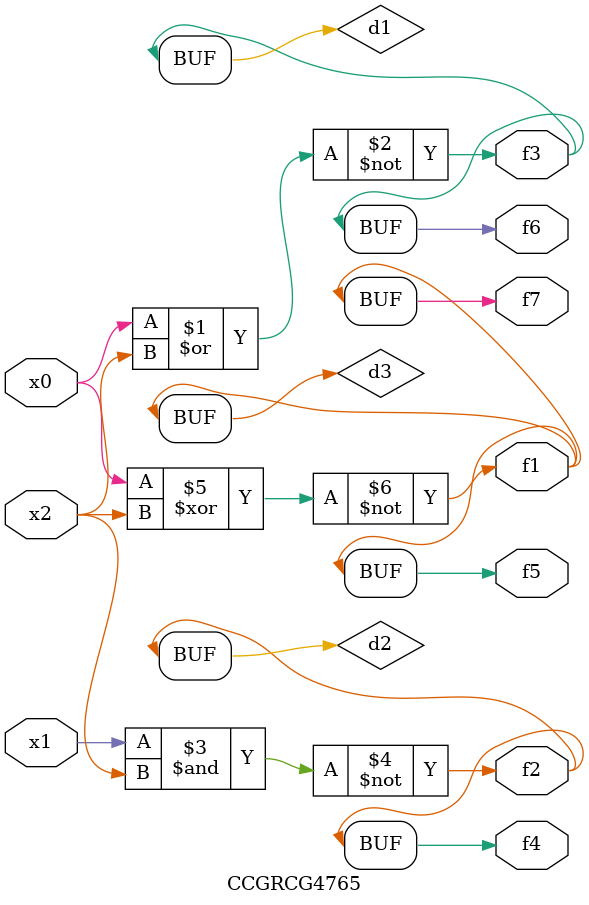
<source format=v>
module CCGRCG4765(
	input x0, x1, x2,
	output f1, f2, f3, f4, f5, f6, f7
);

	wire d1, d2, d3;

	nor (d1, x0, x2);
	nand (d2, x1, x2);
	xnor (d3, x0, x2);
	assign f1 = d3;
	assign f2 = d2;
	assign f3 = d1;
	assign f4 = d2;
	assign f5 = d3;
	assign f6 = d1;
	assign f7 = d3;
endmodule

</source>
